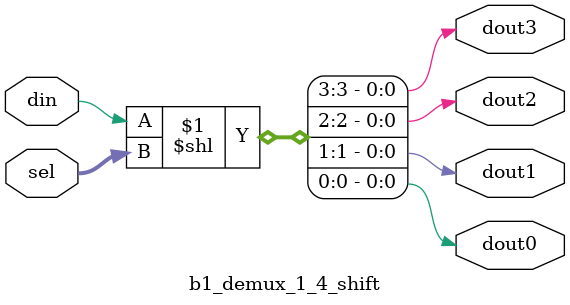
<source format=v>

module b1_demux_1_4_shift
(
    input        din,
    input  [1:0] sel,
    output       dout0,
    output       dout1,
    output       dout2,
    output       dout3
);
    assign { dout3, dout2, dout1, dout0 } = din << sel;

endmodule

</source>
